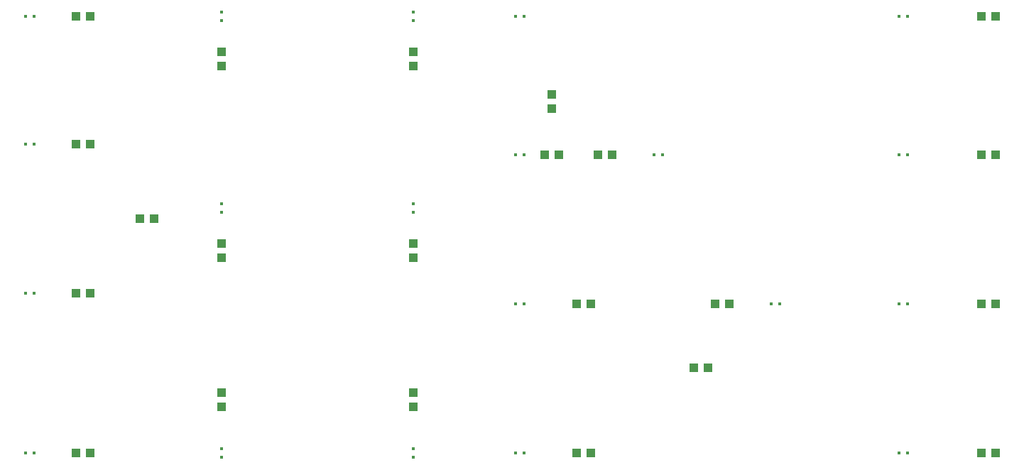
<source format=gbr>
G04 EAGLE Gerber RS-274X export*
G75*
%MOMM*%
%FSLAX34Y34*%
%LPD*%
%INSolderpaste Top*%
%IPPOS*%
%AMOC8*
5,1,8,0,0,1.08239X$1,22.5*%
G01*
%ADD10R,0.350000X0.350000*%
%ADD11R,1.100000X1.000000*%
%ADD12R,1.000000X1.100000*%


D10*
X558800Y782400D03*
X558800Y792400D03*
X558800Y271700D03*
X558800Y261700D03*
X690800Y266700D03*
X680800Y266700D03*
X690800Y444500D03*
X680800Y444500D03*
X690800Y622300D03*
X680800Y622300D03*
X690800Y787400D03*
X680800Y787400D03*
X845900Y622300D03*
X855900Y622300D03*
X985600Y444500D03*
X995600Y444500D03*
X1148000Y266700D03*
X1138000Y266700D03*
X1148000Y444500D03*
X1138000Y444500D03*
X1148000Y622300D03*
X1138000Y622300D03*
X330200Y782400D03*
X330200Y792400D03*
X1148000Y787400D03*
X1138000Y787400D03*
X106600Y787400D03*
X96600Y787400D03*
X106600Y635000D03*
X96600Y635000D03*
X106600Y457200D03*
X96600Y457200D03*
X106600Y266700D03*
X96600Y266700D03*
X330200Y553800D03*
X330200Y563800D03*
X558800Y553800D03*
X558800Y563800D03*
X330200Y271700D03*
X330200Y261700D03*
D11*
X558800Y745100D03*
X558800Y728100D03*
X558800Y321700D03*
X558800Y338700D03*
D12*
X232800Y546100D03*
X249800Y546100D03*
X753500Y266700D03*
X770500Y266700D03*
X753500Y444500D03*
X770500Y444500D03*
X715400Y622300D03*
X732400Y622300D03*
D11*
X723900Y694300D03*
X723900Y677300D03*
D12*
X795900Y622300D03*
X778900Y622300D03*
X935600Y444500D03*
X918600Y444500D03*
X1236100Y266700D03*
X1253100Y266700D03*
X1236100Y444500D03*
X1253100Y444500D03*
D11*
X330200Y745100D03*
X330200Y728100D03*
D12*
X1236100Y622300D03*
X1253100Y622300D03*
X1236100Y787400D03*
X1253100Y787400D03*
X910200Y368300D03*
X893200Y368300D03*
X156600Y787400D03*
X173600Y787400D03*
X156600Y635000D03*
X173600Y635000D03*
X156600Y457200D03*
X173600Y457200D03*
X156600Y266700D03*
X173600Y266700D03*
D11*
X330200Y516500D03*
X330200Y499500D03*
X558800Y516500D03*
X558800Y499500D03*
X330200Y321700D03*
X330200Y338700D03*
M02*

</source>
